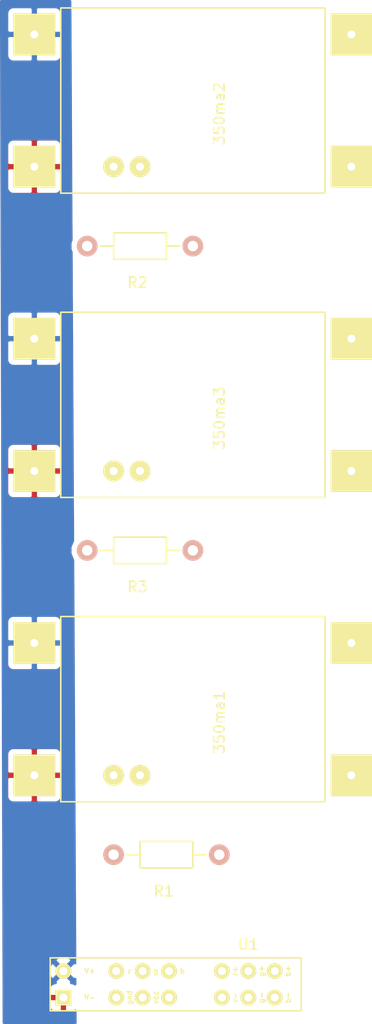
<source format=kicad_pcb>
(kicad_pcb (version 4) (host pcbnew 4.0.2-stable)

  (general
    (links 24)
    (no_connects 18)
    (area 141.478 28.448 177.46 126.746001)
    (thickness 1.6)
    (drawings 0)
    (tracks 0)
    (zones 0)
    (modules 7)
    (nets 14)
  )

  (page A4)
  (layers
    (0 F.Cu signal)
    (31 B.Cu signal)
    (32 B.Adhes user)
    (33 F.Adhes user)
    (34 B.Paste user)
    (35 F.Paste user)
    (36 B.SilkS user)
    (37 F.SilkS user)
    (38 B.Mask user)
    (39 F.Mask user)
    (40 Dwgs.User user)
    (41 Cmts.User user)
    (42 Eco1.User user)
    (43 Eco2.User user)
    (44 Edge.Cuts user)
    (45 Margin user)
    (46 B.CrtYd user)
    (47 F.CrtYd user)
    (48 B.Fab user)
    (49 F.Fab user)
  )

  (setup
    (last_trace_width 0.25)
    (trace_clearance 0.2)
    (zone_clearance 0.508)
    (zone_45_only no)
    (trace_min 0.2)
    (segment_width 0.2)
    (edge_width 0.15)
    (via_size 0.6)
    (via_drill 0.4)
    (via_min_size 0.4)
    (via_min_drill 0.3)
    (uvia_size 0.3)
    (uvia_drill 0.1)
    (uvias_allowed no)
    (uvia_min_size 0.2)
    (uvia_min_drill 0.1)
    (pcb_text_width 0.3)
    (pcb_text_size 1.5 1.5)
    (mod_edge_width 0.15)
    (mod_text_size 1 1)
    (mod_text_width 0.15)
    (pad_size 1.524 1.524)
    (pad_drill 0.762)
    (pad_to_mask_clearance 0.2)
    (aux_axis_origin 0 0)
    (visible_elements FFFFFF7F)
    (pcbplotparams
      (layerselection 0x00030_80000001)
      (usegerberextensions false)
      (excludeedgelayer true)
      (linewidth 0.100000)
      (plotframeref false)
      (viasonmask false)
      (mode 1)
      (useauxorigin false)
      (hpglpennumber 1)
      (hpglpenspeed 20)
      (hpglpendiameter 15)
      (hpglpenoverlay 2)
      (psnegative false)
      (psa4output false)
      (plotreference true)
      (plotvalue true)
      (plotinvisibletext false)
      (padsonsilk false)
      (subtractmaskfromsilk false)
      (outputformat 1)
      (mirror false)
      (drillshape 1)
      (scaleselection 1)
      (outputdirectory ""))
  )

  (net 0 "")
  (net 1 /r+)
  (net 2 /r-)
  (net 3 +24V)
  (net 4 GNDPWR)
  (net 5 "Net-(350ma1-Pad5)")
  (net 6 GND)
  (net 7 /g+)
  (net 8 /g-)
  (net 9 "Net-(350ma2-Pad5)")
  (net 10 /b+)
  (net 11 /b-)
  (net 12 "Net-(350ma3-Pad5)")
  (net 13 VCC)

  (net_class Default "This is the default net class."
    (clearance 0.2)
    (trace_width 0.25)
    (via_dia 0.6)
    (via_drill 0.4)
    (uvia_dia 0.3)
    (uvia_drill 0.1)
    (add_net GND)
    (add_net "Net-(350ma1-Pad5)")
    (add_net "Net-(350ma2-Pad5)")
    (add_net "Net-(350ma3-Pad5)")
    (add_net VCC)
  )

  (net_class led ""
    (clearance 0.2)
    (trace_width 1)
    (via_dia 0.6)
    (via_drill 0.4)
    (uvia_dia 0.3)
    (uvia_drill 0.1)
    (add_net /b+)
    (add_net /b-)
    (add_net /g+)
    (add_net /g-)
    (add_net /r+)
    (add_net /r-)
  )

  (net_class power ""
    (clearance 0.2)
    (trace_width 0.25)
    (via_dia 0.6)
    (via_drill 0.4)
    (uvia_dia 0.3)
    (uvia_drill 0.1)
    (add_net +24V)
    (add_net GNDPWR)
  )

  (module "lighting:350ma constant current xl4001" (layer F.Cu) (tedit 576E5BAE) (tstamp 577674C4)
    (at 175.26 102.87 90)
    (path /57764C80)
    (fp_text reference 350ma1 (at 5.08 -12.7 90) (layer F.SilkS)
      (effects (font (size 1 1) (thickness 0.15)))
    )
    (fp_text value Led_Driver (at 5.08 -15.24 90) (layer F.Fab)
      (effects (font (size 1 1) (thickness 0.15)))
    )
    (fp_line (start 15.24 -27.94) (end -2.54 -27.94) (layer F.SilkS) (width 0.15))
    (fp_line (start -2.54 -27.94) (end -2.54 -2.54) (layer F.SilkS) (width 0.15))
    (fp_line (start -2.54 -2.54) (end 15.24 -2.54) (layer F.SilkS) (width 0.15))
    (fp_line (start 15.24 -2.54) (end 15.24 -27.94) (layer F.SilkS) (width 0.15))
    (pad 3 thru_hole rect (at 0 0 90) (size 4 4) (drill 0.762) (layers *.Cu *.Mask F.SilkS)
      (net 1 /r+))
    (pad 4 thru_hole rect (at 12.7 0 90) (size 4 4) (drill 0.762) (layers *.Cu *.Mask F.SilkS)
      (net 2 /r-))
    (pad 1 thru_hole rect (at 0 -30.48 90) (size 4 4) (drill 0.762) (layers *.Cu *.Mask F.SilkS)
      (net 3 +24V))
    (pad 2 thru_hole rect (at 12.7 -30.48 90) (size 4 4) (drill 0.762) (layers *.Cu *.Mask F.SilkS)
      (net 4 GNDPWR))
    (pad 5 thru_hole circle (at 0 -22.86 90) (size 2 2) (drill 0.762) (layers *.Cu *.Mask F.SilkS)
      (net 5 "Net-(350ma1-Pad5)"))
    (pad 6 thru_hole circle (at 0 -20.32 90) (size 2 2) (drill 0.762) (layers *.Cu *.Mask F.SilkS)
      (net 6 GND))
  )

  (module "lighting:350ma constant current xl4001" (layer F.Cu) (tedit 576E5BAE) (tstamp 577674CE)
    (at 175.26 44.45 90)
    (path /57764C97)
    (fp_text reference 350ma2 (at 5.08 -12.7 90) (layer F.SilkS)
      (effects (font (size 1 1) (thickness 0.15)))
    )
    (fp_text value Led_Driver (at 5.08 -15.24 90) (layer F.Fab)
      (effects (font (size 1 1) (thickness 0.15)))
    )
    (fp_line (start 15.24 -27.94) (end -2.54 -27.94) (layer F.SilkS) (width 0.15))
    (fp_line (start -2.54 -27.94) (end -2.54 -2.54) (layer F.SilkS) (width 0.15))
    (fp_line (start -2.54 -2.54) (end 15.24 -2.54) (layer F.SilkS) (width 0.15))
    (fp_line (start 15.24 -2.54) (end 15.24 -27.94) (layer F.SilkS) (width 0.15))
    (pad 3 thru_hole rect (at 0 0 90) (size 4 4) (drill 0.762) (layers *.Cu *.Mask F.SilkS)
      (net 7 /g+))
    (pad 4 thru_hole rect (at 12.7 0 90) (size 4 4) (drill 0.762) (layers *.Cu *.Mask F.SilkS)
      (net 8 /g-))
    (pad 1 thru_hole rect (at 0 -30.48 90) (size 4 4) (drill 0.762) (layers *.Cu *.Mask F.SilkS)
      (net 3 +24V))
    (pad 2 thru_hole rect (at 12.7 -30.48 90) (size 4 4) (drill 0.762) (layers *.Cu *.Mask F.SilkS)
      (net 4 GNDPWR))
    (pad 5 thru_hole circle (at 0 -22.86 90) (size 2 2) (drill 0.762) (layers *.Cu *.Mask F.SilkS)
      (net 9 "Net-(350ma2-Pad5)"))
    (pad 6 thru_hole circle (at 0 -20.32 90) (size 2 2) (drill 0.762) (layers *.Cu *.Mask F.SilkS)
      (net 6 GND))
  )

  (module "lighting:350ma constant current xl4001" (layer F.Cu) (tedit 576E5BAE) (tstamp 577674D8)
    (at 175.26 73.66 90)
    (path /57764CC8)
    (fp_text reference 350ma3 (at 5.08 -12.7 90) (layer F.SilkS)
      (effects (font (size 1 1) (thickness 0.15)))
    )
    (fp_text value Led_Driver (at 5.08 -15.24 90) (layer F.Fab)
      (effects (font (size 1 1) (thickness 0.15)))
    )
    (fp_line (start 15.24 -27.94) (end -2.54 -27.94) (layer F.SilkS) (width 0.15))
    (fp_line (start -2.54 -27.94) (end -2.54 -2.54) (layer F.SilkS) (width 0.15))
    (fp_line (start -2.54 -2.54) (end 15.24 -2.54) (layer F.SilkS) (width 0.15))
    (fp_line (start 15.24 -2.54) (end 15.24 -27.94) (layer F.SilkS) (width 0.15))
    (pad 3 thru_hole rect (at 0 0 90) (size 4 4) (drill 0.762) (layers *.Cu *.Mask F.SilkS)
      (net 10 /b+))
    (pad 4 thru_hole rect (at 12.7 0 90) (size 4 4) (drill 0.762) (layers *.Cu *.Mask F.SilkS)
      (net 11 /b-))
    (pad 1 thru_hole rect (at 0 -30.48 90) (size 4 4) (drill 0.762) (layers *.Cu *.Mask F.SilkS)
      (net 3 +24V))
    (pad 2 thru_hole rect (at 12.7 -30.48 90) (size 4 4) (drill 0.762) (layers *.Cu *.Mask F.SilkS)
      (net 4 GNDPWR))
    (pad 5 thru_hole circle (at 0 -22.86 90) (size 2 2) (drill 0.762) (layers *.Cu *.Mask F.SilkS)
      (net 12 "Net-(350ma3-Pad5)"))
    (pad 6 thru_hole circle (at 0 -20.32 90) (size 2 2) (drill 0.762) (layers *.Cu *.Mask F.SilkS)
      (net 6 GND))
  )

  (module Resistors_ThroughHole:Resistor_Horizontal_RM10mm (layer F.Cu) (tedit 56648415) (tstamp 577674DE)
    (at 162.56 110.49 180)
    (descr "Resistor, Axial,  RM 10mm, 1/3W")
    (tags "Resistor Axial RM 10mm 1/3W")
    (path /57764D27)
    (fp_text reference R1 (at 5.32892 -3.50012 180) (layer F.SilkS)
      (effects (font (size 1 1) (thickness 0.15)))
    )
    (fp_text value 10k (at 5.08 3.81 180) (layer F.Fab)
      (effects (font (size 1 1) (thickness 0.15)))
    )
    (fp_line (start -1.25 -1.5) (end 11.4 -1.5) (layer F.CrtYd) (width 0.05))
    (fp_line (start -1.25 1.5) (end -1.25 -1.5) (layer F.CrtYd) (width 0.05))
    (fp_line (start 11.4 -1.5) (end 11.4 1.5) (layer F.CrtYd) (width 0.05))
    (fp_line (start -1.25 1.5) (end 11.4 1.5) (layer F.CrtYd) (width 0.05))
    (fp_line (start 2.54 -1.27) (end 7.62 -1.27) (layer F.SilkS) (width 0.15))
    (fp_line (start 7.62 -1.27) (end 7.62 1.27) (layer F.SilkS) (width 0.15))
    (fp_line (start 7.62 1.27) (end 2.54 1.27) (layer F.SilkS) (width 0.15))
    (fp_line (start 2.54 1.27) (end 2.54 -1.27) (layer F.SilkS) (width 0.15))
    (fp_line (start 2.54 0) (end 1.27 0) (layer F.SilkS) (width 0.15))
    (fp_line (start 7.62 0) (end 8.89 0) (layer F.SilkS) (width 0.15))
    (pad 1 thru_hole circle (at 0 0 180) (size 1.99898 1.99898) (drill 1.00076) (layers *.Cu *.SilkS *.Mask)
      (net 13 VCC))
    (pad 2 thru_hole circle (at 10.16 0 180) (size 1.99898 1.99898) (drill 1.00076) (layers *.Cu *.SilkS *.Mask)
      (net 5 "Net-(350ma1-Pad5)"))
    (model Resistors_ThroughHole.3dshapes/Resistor_Horizontal_RM10mm.wrl
      (at (xyz 0 0 0))
      (scale (xyz 0.4 0.4 0.4))
      (rotate (xyz 0 0 0))
    )
  )

  (module Resistors_ThroughHole:Resistor_Horizontal_RM10mm (layer F.Cu) (tedit 56648415) (tstamp 577674E4)
    (at 160.02 52.07 180)
    (descr "Resistor, Axial,  RM 10mm, 1/3W")
    (tags "Resistor Axial RM 10mm 1/3W")
    (path /57764D90)
    (fp_text reference R2 (at 5.32892 -3.50012 180) (layer F.SilkS)
      (effects (font (size 1 1) (thickness 0.15)))
    )
    (fp_text value 10k (at 5.08 3.81 180) (layer F.Fab)
      (effects (font (size 1 1) (thickness 0.15)))
    )
    (fp_line (start -1.25 -1.5) (end 11.4 -1.5) (layer F.CrtYd) (width 0.05))
    (fp_line (start -1.25 1.5) (end -1.25 -1.5) (layer F.CrtYd) (width 0.05))
    (fp_line (start 11.4 -1.5) (end 11.4 1.5) (layer F.CrtYd) (width 0.05))
    (fp_line (start -1.25 1.5) (end 11.4 1.5) (layer F.CrtYd) (width 0.05))
    (fp_line (start 2.54 -1.27) (end 7.62 -1.27) (layer F.SilkS) (width 0.15))
    (fp_line (start 7.62 -1.27) (end 7.62 1.27) (layer F.SilkS) (width 0.15))
    (fp_line (start 7.62 1.27) (end 2.54 1.27) (layer F.SilkS) (width 0.15))
    (fp_line (start 2.54 1.27) (end 2.54 -1.27) (layer F.SilkS) (width 0.15))
    (fp_line (start 2.54 0) (end 1.27 0) (layer F.SilkS) (width 0.15))
    (fp_line (start 7.62 0) (end 8.89 0) (layer F.SilkS) (width 0.15))
    (pad 1 thru_hole circle (at 0 0 180) (size 1.99898 1.99898) (drill 1.00076) (layers *.Cu *.SilkS *.Mask)
      (net 13 VCC))
    (pad 2 thru_hole circle (at 10.16 0 180) (size 1.99898 1.99898) (drill 1.00076) (layers *.Cu *.SilkS *.Mask)
      (net 9 "Net-(350ma2-Pad5)"))
    (model Resistors_ThroughHole.3dshapes/Resistor_Horizontal_RM10mm.wrl
      (at (xyz 0 0 0))
      (scale (xyz 0.4 0.4 0.4))
      (rotate (xyz 0 0 0))
    )
  )

  (module Resistors_ThroughHole:Resistor_Horizontal_RM10mm (layer F.Cu) (tedit 56648415) (tstamp 577674EA)
    (at 160.02 81.28 180)
    (descr "Resistor, Axial,  RM 10mm, 1/3W")
    (tags "Resistor Axial RM 10mm 1/3W")
    (path /57764DCB)
    (fp_text reference R3 (at 5.32892 -3.50012 180) (layer F.SilkS)
      (effects (font (size 1 1) (thickness 0.15)))
    )
    (fp_text value 10k (at 5.08 3.81 180) (layer F.Fab)
      (effects (font (size 1 1) (thickness 0.15)))
    )
    (fp_line (start -1.25 -1.5) (end 11.4 -1.5) (layer F.CrtYd) (width 0.05))
    (fp_line (start -1.25 1.5) (end -1.25 -1.5) (layer F.CrtYd) (width 0.05))
    (fp_line (start 11.4 -1.5) (end 11.4 1.5) (layer F.CrtYd) (width 0.05))
    (fp_line (start -1.25 1.5) (end 11.4 1.5) (layer F.CrtYd) (width 0.05))
    (fp_line (start 2.54 -1.27) (end 7.62 -1.27) (layer F.SilkS) (width 0.15))
    (fp_line (start 7.62 -1.27) (end 7.62 1.27) (layer F.SilkS) (width 0.15))
    (fp_line (start 7.62 1.27) (end 2.54 1.27) (layer F.SilkS) (width 0.15))
    (fp_line (start 2.54 1.27) (end 2.54 -1.27) (layer F.SilkS) (width 0.15))
    (fp_line (start 2.54 0) (end 1.27 0) (layer F.SilkS) (width 0.15))
    (fp_line (start 7.62 0) (end 8.89 0) (layer F.SilkS) (width 0.15))
    (pad 1 thru_hole circle (at 0 0 180) (size 1.99898 1.99898) (drill 1.00076) (layers *.Cu *.SilkS *.Mask)
      (net 13 VCC))
    (pad 2 thru_hole circle (at 10.16 0 180) (size 1.99898 1.99898) (drill 1.00076) (layers *.Cu *.SilkS *.Mask)
      (net 12 "Net-(350ma3-Pad5)"))
    (model Resistors_ThroughHole.3dshapes/Resistor_Horizontal_RM10mm.wrl
      (at (xyz 0 0 0))
      (scale (xyz 0.4 0.4 0.4))
      (rotate (xyz 0 0 0))
    )
  )

  (module lighting:rgb.breakout (layer F.Cu) (tedit 57764A8B) (tstamp 577674FC)
    (at 150.114 124.206)
    (path /57764CEE)
    (fp_text reference U1 (at 15.24 -5.08) (layer F.SilkS)
      (effects (font (size 1 1) (thickness 0.15)))
    )
    (fp_text value rgb.breakout (at 5.08 -5.08) (layer F.Fab)
      (effects (font (size 1 1) (thickness 0.15)))
    )
    (fp_line (start -1.27 1.27) (end -3.81 1.27) (layer F.SilkS) (width 0.15))
    (fp_line (start -3.81 -3.81) (end -1.27 -3.81) (layer F.SilkS) (width 0.15))
    (fp_line (start 16.51 -3.81) (end 20.32 -3.81) (layer F.SilkS) (width 0.15))
    (fp_line (start 20.32 -3.81) (end 20.32 1.27) (layer F.SilkS) (width 0.15))
    (fp_line (start 20.32 1.27) (end 16.51 1.27) (layer F.SilkS) (width 0.15))
    (fp_line (start 16.51 1.27) (end 20.32 1.27) (layer F.SilkS) (width 0.15))
    (fp_text user b+ (at 19.05 -2.54 270) (layer F.SilkS)
      (effects (font (size 0.5 0.5) (thickness 0.125)))
    )
    (fp_text user b- (at 19.05 0 270) (layer F.SilkS)
      (effects (font (size 0.5 0.5) (thickness 0.125)))
    )
    (fp_text user g- (at 16.51 0 270) (layer F.SilkS)
      (effects (font (size 0.5 0.5) (thickness 0.125)))
    )
    (fp_text user g+ (at 16.51 -2.54 270) (layer F.SilkS)
      (effects (font (size 0.5 0.5) (thickness 0.125)))
    )
    (fp_text user r+ (at 13.97 -2.54 270) (layer F.SilkS)
      (effects (font (size 0.5 0.5) (thickness 0.125)))
    )
    (fp_text user r- (at 13.97 0 270) (layer F.SilkS)
      (effects (font (size 0.5 0.5) (thickness 0.125)))
    )
    (fp_text user vcc (at 6.35 0 90) (layer F.SilkS)
      (effects (font (size 0.5 0.5) (thickness 0.125)))
    )
    (fp_text user gnd (at 3.81 0 90) (layer F.SilkS)
      (effects (font (size 0.5 0.5) (thickness 0.125)))
    )
    (fp_text user V- (at 0 0) (layer F.SilkS)
      (effects (font (size 0.5 0.5) (thickness 0.125)))
    )
    (fp_text user V+ (at 0 -2.54) (layer F.SilkS)
      (effects (font (size 0.5 0.5) (thickness 0.125)))
    )
    (fp_text user b (at 8.89 -2.54) (layer F.SilkS)
      (effects (font (size 0.5 0.5) (thickness 0.125)))
    )
    (fp_text user g (at 6.35 -2.54) (layer F.SilkS)
      (effects (font (size 0.5 0.5) (thickness 0.125)))
    )
    (fp_text user r (at 3.81 -2.54) (layer F.SilkS)
      (effects (font (size 0.5 0.5) (thickness 0.125)))
    )
    (fp_line (start -3.81 -3.81) (end -3.81 1.27) (layer F.SilkS) (width 0.15))
    (fp_line (start -1.27 1.27) (end 16.51 1.27) (layer F.SilkS) (width 0.15))
    (fp_line (start 20.32 1.27) (end 20.32 -3.81) (layer F.SilkS) (width 0.15))
    (fp_line (start 16.51 -3.81) (end -1.27 -3.81) (layer F.SilkS) (width 0.15))
    (pad 1 thru_hole rect (at -2.54 0) (size 1.524 1.524) (drill 0.762) (layers *.Cu *.Mask F.SilkS)
      (net 3 +24V))
    (pad 3 thru_hole circle (at 2.54 0) (size 1.524 1.524) (drill 0.762) (layers *.Cu *.Mask F.SilkS)
      (net 13 VCC))
    (pad 4 thru_hole circle (at 5.08 0) (size 1.524 1.524) (drill 0.762) (layers *.Cu *.Mask F.SilkS)
      (net 6 GND))
    (pad "" thru_hole circle (at 7.62 0) (size 1.524 1.524) (drill 0.762) (layers *.Cu *.Mask F.SilkS))
    (pad 9 thru_hole circle (at 12.7 0) (size 1.524 1.524) (drill 0.762) (layers *.Cu *.Mask F.SilkS)
      (net 2 /r-))
    (pad 11 thru_hole circle (at 15.24 0) (size 1.524 1.524) (drill 0.762) (layers *.Cu *.Mask F.SilkS)
      (net 8 /g-))
    (pad 13 thru_hole circle (at 17.78 0) (size 1.524 1.524) (drill 0.762) (layers *.Cu *.Mask F.SilkS)
      (net 11 /b-))
    (pad 2 thru_hole circle (at -2.54 -2.54) (size 1.524 1.524) (drill 0.762) (layers *.Cu *.Mask F.SilkS)
      (net 4 GNDPWR))
    (pad 5 thru_hole circle (at 2.54 -2.54) (size 1.524 1.524) (drill 0.762) (layers *.Cu *.Mask F.SilkS)
      (net 5 "Net-(350ma1-Pad5)"))
    (pad 6 thru_hole circle (at 5.08 -2.54) (size 1.524 1.524) (drill 0.762) (layers *.Cu *.Mask F.SilkS)
      (net 9 "Net-(350ma2-Pad5)"))
    (pad 7 thru_hole circle (at 7.62 -2.54) (size 1.524 1.524) (drill 0.762) (layers *.Cu *.Mask F.SilkS)
      (net 12 "Net-(350ma3-Pad5)"))
    (pad 8 thru_hole circle (at 12.7 -2.54) (size 1.524 1.524) (drill 0.762) (layers *.Cu *.Mask F.SilkS)
      (net 1 /r+))
    (pad 10 thru_hole circle (at 15.24 -2.54) (size 1.524 1.524) (drill 0.762) (layers *.Cu *.Mask F.SilkS)
      (net 7 /g+))
    (pad 12 thru_hole circle (at 17.78 -2.54) (size 1.524 1.524) (drill 0.762) (layers *.Cu *.Mask F.SilkS)
      (net 10 /b+))
  )

  (zone (net 4) (net_name GNDPWR) (layer B.Cu) (tstamp 0) (hatch edge 0.508)
    (connect_pads (clearance 0.508))
    (min_thickness 0.254)
    (fill yes (arc_segments 16) (thermal_gap 0.508) (thermal_bridge_width 0.508))
    (polygon
      (pts
        (xy 141.732 126.746) (xy 148.844 126.746) (xy 148.336 28.448) (xy 141.478 28.448)
      )
    )
    (filled_polygon
      (pts
        (xy 148.328115 51.497036) (xy 148.225794 51.743453) (xy 148.225226 52.393694) (xy 148.334111 52.657215) (xy 148.47723 80.350854)
        (xy 148.475154 80.352927) (xy 148.225794 80.953453) (xy 148.225226 81.603694) (xy 148.473538 82.204655) (xy 148.48688 82.21802)
        (xy 148.686804 120.903423) (xy 148.554213 120.865392) (xy 147.753605 121.666) (xy 148.554213 122.466608) (xy 148.694674 122.42632)
        (xy 148.697238 122.922283) (xy 148.58789 122.847569) (xy 148.336 122.79656) (xy 148.331484 122.79656) (xy 148.374608 122.646213)
        (xy 147.574 121.845605) (xy 146.773392 122.646213) (xy 146.816516 122.79656) (xy 146.812 122.79656) (xy 146.576683 122.840838)
        (xy 146.360559 122.97991) (xy 146.215569 123.19211) (xy 146.16456 123.444) (xy 146.16456 124.968) (xy 146.208838 125.203317)
        (xy 146.34791 125.419441) (xy 146.56011 125.564431) (xy 146.812 125.61544) (xy 148.336 125.61544) (xy 148.571317 125.571162)
        (xy 148.710464 125.481623) (xy 148.716342 126.619) (xy 141.858673 126.619) (xy 141.845339 121.458302) (xy 146.164856 121.458302)
        (xy 146.192638 122.013368) (xy 146.351603 122.397143) (xy 146.593787 122.466608) (xy 147.394395 121.666) (xy 146.593787 120.865392)
        (xy 146.351603 120.934857) (xy 146.164856 121.458302) (xy 141.845339 121.458302) (xy 141.843343 120.685787) (xy 146.773392 120.685787)
        (xy 147.574 121.486395) (xy 148.374608 120.685787) (xy 148.305143 120.443603) (xy 147.781698 120.256856) (xy 147.226632 120.284638)
        (xy 146.842857 120.443603) (xy 146.773392 120.685787) (xy 141.843343 120.685787) (xy 141.792139 100.87) (xy 142.13256 100.87)
        (xy 142.13256 104.87) (xy 142.176838 105.105317) (xy 142.31591 105.321441) (xy 142.52811 105.466431) (xy 142.78 105.51744)
        (xy 146.78 105.51744) (xy 147.015317 105.473162) (xy 147.231441 105.33409) (xy 147.376431 105.12189) (xy 147.42744 104.87)
        (xy 147.42744 100.87) (xy 147.383162 100.634683) (xy 147.24409 100.418559) (xy 147.03189 100.273569) (xy 146.78 100.22256)
        (xy 142.78 100.22256) (xy 142.544683 100.266838) (xy 142.328559 100.40591) (xy 142.183569 100.61811) (xy 142.13256 100.87)
        (xy 141.792139 100.87) (xy 141.765229 90.45575) (xy 142.145 90.45575) (xy 142.145 92.296309) (xy 142.241673 92.529698)
        (xy 142.420301 92.708327) (xy 142.65369 92.805) (xy 144.49425 92.805) (xy 144.653 92.64625) (xy 144.653 90.297)
        (xy 144.907 90.297) (xy 144.907 92.64625) (xy 145.06575 92.805) (xy 146.90631 92.805) (xy 147.139699 92.708327)
        (xy 147.318327 92.529698) (xy 147.415 92.296309) (xy 147.415 90.45575) (xy 147.25625 90.297) (xy 144.907 90.297)
        (xy 144.653 90.297) (xy 142.30375 90.297) (xy 142.145 90.45575) (xy 141.765229 90.45575) (xy 141.758997 88.043691)
        (xy 142.145 88.043691) (xy 142.145 89.88425) (xy 142.30375 90.043) (xy 144.653 90.043) (xy 144.653 87.69375)
        (xy 144.907 87.69375) (xy 144.907 90.043) (xy 147.25625 90.043) (xy 147.415 89.88425) (xy 147.415 88.043691)
        (xy 147.318327 87.810302) (xy 147.139699 87.631673) (xy 146.90631 87.535) (xy 145.06575 87.535) (xy 144.907 87.69375)
        (xy 144.653 87.69375) (xy 144.49425 87.535) (xy 142.65369 87.535) (xy 142.420301 87.631673) (xy 142.241673 87.810302)
        (xy 142.145 88.043691) (xy 141.758997 88.043691) (xy 141.716661 71.66) (xy 142.13256 71.66) (xy 142.13256 75.66)
        (xy 142.176838 75.895317) (xy 142.31591 76.111441) (xy 142.52811 76.256431) (xy 142.78 76.30744) (xy 146.78 76.30744)
        (xy 147.015317 76.263162) (xy 147.231441 76.12409) (xy 147.376431 75.91189) (xy 147.42744 75.66) (xy 147.42744 71.66)
        (xy 147.383162 71.424683) (xy 147.24409 71.208559) (xy 147.03189 71.063569) (xy 146.78 71.01256) (xy 142.78 71.01256)
        (xy 142.544683 71.056838) (xy 142.328559 71.19591) (xy 142.183569 71.40811) (xy 142.13256 71.66) (xy 141.716661 71.66)
        (xy 141.689751 61.24575) (xy 142.145 61.24575) (xy 142.145 63.086309) (xy 142.241673 63.319698) (xy 142.420301 63.498327)
        (xy 142.65369 63.595) (xy 144.49425 63.595) (xy 144.653 63.43625) (xy 144.653 61.087) (xy 144.907 61.087)
        (xy 144.907 63.43625) (xy 145.06575 63.595) (xy 146.90631 63.595) (xy 147.139699 63.498327) (xy 147.318327 63.319698)
        (xy 147.415 63.086309) (xy 147.415 61.24575) (xy 147.25625 61.087) (xy 144.907 61.087) (xy 144.653 61.087)
        (xy 142.30375 61.087) (xy 142.145 61.24575) (xy 141.689751 61.24575) (xy 141.683519 58.833691) (xy 142.145 58.833691)
        (xy 142.145 60.67425) (xy 142.30375 60.833) (xy 144.653 60.833) (xy 144.653 58.48375) (xy 144.907 58.48375)
        (xy 144.907 60.833) (xy 147.25625 60.833) (xy 147.415 60.67425) (xy 147.415 58.833691) (xy 147.318327 58.600302)
        (xy 147.139699 58.421673) (xy 146.90631 58.325) (xy 145.06575 58.325) (xy 144.907 58.48375) (xy 144.653 58.48375)
        (xy 144.49425 58.325) (xy 142.65369 58.325) (xy 142.420301 58.421673) (xy 142.241673 58.600302) (xy 142.145 58.833691)
        (xy 141.683519 58.833691) (xy 141.641183 42.45) (xy 142.13256 42.45) (xy 142.13256 46.45) (xy 142.176838 46.685317)
        (xy 142.31591 46.901441) (xy 142.52811 47.046431) (xy 142.78 47.09744) (xy 146.78 47.09744) (xy 147.015317 47.053162)
        (xy 147.231441 46.91409) (xy 147.376431 46.70189) (xy 147.42744 46.45) (xy 147.42744 42.45) (xy 147.383162 42.214683)
        (xy 147.24409 41.998559) (xy 147.03189 41.853569) (xy 146.78 41.80256) (xy 142.78 41.80256) (xy 142.544683 41.846838)
        (xy 142.328559 41.98591) (xy 142.183569 42.19811) (xy 142.13256 42.45) (xy 141.641183 42.45) (xy 141.614272 32.03575)
        (xy 142.145 32.03575) (xy 142.145 33.876309) (xy 142.241673 34.109698) (xy 142.420301 34.288327) (xy 142.65369 34.385)
        (xy 144.49425 34.385) (xy 144.653 34.22625) (xy 144.653 31.877) (xy 144.907 31.877) (xy 144.907 34.22625)
        (xy 145.06575 34.385) (xy 146.90631 34.385) (xy 147.139699 34.288327) (xy 147.318327 34.109698) (xy 147.415 33.876309)
        (xy 147.415 32.03575) (xy 147.25625 31.877) (xy 144.907 31.877) (xy 144.653 31.877) (xy 142.30375 31.877)
        (xy 142.145 32.03575) (xy 141.614272 32.03575) (xy 141.608039 29.623691) (xy 142.145 29.623691) (xy 142.145 31.46425)
        (xy 142.30375 31.623) (xy 144.653 31.623) (xy 144.653 29.27375) (xy 144.907 29.27375) (xy 144.907 31.623)
        (xy 147.25625 31.623) (xy 147.415 31.46425) (xy 147.415 29.623691) (xy 147.318327 29.390302) (xy 147.139699 29.211673)
        (xy 146.90631 29.115) (xy 145.06575 29.115) (xy 144.907 29.27375) (xy 144.653 29.27375) (xy 144.49425 29.115)
        (xy 142.65369 29.115) (xy 142.420301 29.211673) (xy 142.241673 29.390302) (xy 142.145 29.623691) (xy 141.608039 29.623691)
        (xy 141.605329 28.575) (xy 148.209655 28.575)
      )
    )
  )
  (zone (net 3) (net_name +24V) (layer F.Cu) (tstamp 0) (hatch edge 0.508)
    (connect_pads (clearance 0.508))
    (min_thickness 0.254)
    (fill yes (arc_segments 16) (thermal_gap 0.508) (thermal_bridge_width 0.508))
    (polygon
      (pts
        (xy 141.732 126.746) (xy 148.844 126.746) (xy 148.336 28.448) (xy 141.478 28.448)
      )
    )
    (filled_polygon
      (pts
        (xy 148.328115 51.497036) (xy 148.225794 51.743453) (xy 148.225226 52.393694) (xy 148.334111 52.657215) (xy 148.47723 80.350854)
        (xy 148.475154 80.352927) (xy 148.225794 80.953453) (xy 148.225226 81.603694) (xy 148.473538 82.204655) (xy 148.48688 82.21802)
        (xy 148.686284 120.802844) (xy 148.36637 120.482371) (xy 147.8531 120.269243) (xy 147.297339 120.268758) (xy 146.783697 120.48099)
        (xy 146.390371 120.87363) (xy 146.177243 121.3869) (xy 146.176758 121.942661) (xy 146.38899 122.456303) (xy 146.741072 122.809)
        (xy 146.685691 122.809) (xy 146.452302 122.905673) (xy 146.273673 123.084301) (xy 146.177 123.31769) (xy 146.177 123.92025)
        (xy 146.33575 124.079) (xy 147.447 124.079) (xy 147.447 124.059) (xy 147.701 124.059) (xy 147.701 124.079)
        (xy 147.721 124.079) (xy 147.721 124.333) (xy 147.701 124.333) (xy 147.701 125.44425) (xy 147.85975 125.603)
        (xy 148.462309 125.603) (xy 148.695698 125.506327) (xy 148.710515 125.49151) (xy 148.716342 126.619) (xy 141.858673 126.619)
        (xy 141.853177 124.49175) (xy 146.177 124.49175) (xy 146.177 125.09431) (xy 146.273673 125.327699) (xy 146.452302 125.506327)
        (xy 146.685691 125.603) (xy 147.28825 125.603) (xy 147.447 125.44425) (xy 147.447 124.333) (xy 146.33575 124.333)
        (xy 146.177 124.49175) (xy 141.853177 124.49175) (xy 141.798045 103.15575) (xy 142.145 103.15575) (xy 142.145 104.996309)
        (xy 142.241673 105.229698) (xy 142.420301 105.408327) (xy 142.65369 105.505) (xy 144.49425 105.505) (xy 144.653 105.34625)
        (xy 144.653 102.997) (xy 144.907 102.997) (xy 144.907 105.34625) (xy 145.06575 105.505) (xy 146.90631 105.505)
        (xy 147.139699 105.408327) (xy 147.318327 105.229698) (xy 147.415 104.996309) (xy 147.415 103.15575) (xy 147.25625 102.997)
        (xy 144.907 102.997) (xy 144.653 102.997) (xy 142.30375 102.997) (xy 142.145 103.15575) (xy 141.798045 103.15575)
        (xy 141.791813 100.743691) (xy 142.145 100.743691) (xy 142.145 102.58425) (xy 142.30375 102.743) (xy 144.653 102.743)
        (xy 144.653 100.39375) (xy 144.907 100.39375) (xy 144.907 102.743) (xy 147.25625 102.743) (xy 147.415 102.58425)
        (xy 147.415 100.743691) (xy 147.318327 100.510302) (xy 147.139699 100.331673) (xy 146.90631 100.235) (xy 145.06575 100.235)
        (xy 144.907 100.39375) (xy 144.653 100.39375) (xy 144.49425 100.235) (xy 142.65369 100.235) (xy 142.420301 100.331673)
        (xy 142.241673 100.510302) (xy 142.145 100.743691) (xy 141.791813 100.743691) (xy 141.759322 88.17) (xy 142.13256 88.17)
        (xy 142.13256 92.17) (xy 142.176838 92.405317) (xy 142.31591 92.621441) (xy 142.52811 92.766431) (xy 142.78 92.81744)
        (xy 146.78 92.81744) (xy 147.015317 92.773162) (xy 147.231441 92.63409) (xy 147.376431 92.42189) (xy 147.42744 92.17)
        (xy 147.42744 88.17) (xy 147.383162 87.934683) (xy 147.24409 87.718559) (xy 147.03189 87.573569) (xy 146.78 87.52256)
        (xy 142.78 87.52256) (xy 142.544683 87.566838) (xy 142.328559 87.70591) (xy 142.183569 87.91811) (xy 142.13256 88.17)
        (xy 141.759322 88.17) (xy 141.722567 73.94575) (xy 142.145 73.94575) (xy 142.145 75.786309) (xy 142.241673 76.019698)
        (xy 142.420301 76.198327) (xy 142.65369 76.295) (xy 144.49425 76.295) (xy 144.653 76.13625) (xy 144.653 73.787)
        (xy 144.907 73.787) (xy 144.907 76.13625) (xy 145.06575 76.295) (xy 146.90631 76.295) (xy 147.139699 76.198327)
        (xy 147.318327 76.019698) (xy 147.415 75.786309) (xy 147.415 73.94575) (xy 147.25625 73.787) (xy 144.907 73.787)
        (xy 144.653 73.787) (xy 142.30375 73.787) (xy 142.145 73.94575) (xy 141.722567 73.94575) (xy 141.716335 71.533691)
        (xy 142.145 71.533691) (xy 142.145 73.37425) (xy 142.30375 73.533) (xy 144.653 73.533) (xy 144.653 71.18375)
        (xy 144.907 71.18375) (xy 144.907 73.533) (xy 147.25625 73.533) (xy 147.415 73.37425) (xy 147.415 71.533691)
        (xy 147.318327 71.300302) (xy 147.139699 71.121673) (xy 146.90631 71.025) (xy 145.06575 71.025) (xy 144.907 71.18375)
        (xy 144.653 71.18375) (xy 144.49425 71.025) (xy 142.65369 71.025) (xy 142.420301 71.121673) (xy 142.241673 71.300302)
        (xy 142.145 71.533691) (xy 141.716335 71.533691) (xy 141.683844 58.96) (xy 142.13256 58.96) (xy 142.13256 62.96)
        (xy 142.176838 63.195317) (xy 142.31591 63.411441) (xy 142.52811 63.556431) (xy 142.78 63.60744) (xy 146.78 63.60744)
        (xy 147.015317 63.563162) (xy 147.231441 63.42409) (xy 147.376431 63.21189) (xy 147.42744 62.96) (xy 147.42744 58.96)
        (xy 147.383162 58.724683) (xy 147.24409 58.508559) (xy 147.03189 58.363569) (xy 146.78 58.31256) (xy 142.78 58.31256)
        (xy 142.544683 58.356838) (xy 142.328559 58.49591) (xy 142.183569 58.70811) (xy 142.13256 58.96) (xy 141.683844 58.96)
        (xy 141.647089 44.73575) (xy 142.145 44.73575) (xy 142.145 46.576309) (xy 142.241673 46.809698) (xy 142.420301 46.988327)
        (xy 142.65369 47.085) (xy 144.49425 47.085) (xy 144.653 46.92625) (xy 144.653 44.577) (xy 144.907 44.577)
        (xy 144.907 46.92625) (xy 145.06575 47.085) (xy 146.90631 47.085) (xy 147.139699 46.988327) (xy 147.318327 46.809698)
        (xy 147.415 46.576309) (xy 147.415 44.73575) (xy 147.25625 44.577) (xy 144.907 44.577) (xy 144.653 44.577)
        (xy 142.30375 44.577) (xy 142.145 44.73575) (xy 141.647089 44.73575) (xy 141.640857 42.323691) (xy 142.145 42.323691)
        (xy 142.145 44.16425) (xy 142.30375 44.323) (xy 144.653 44.323) (xy 144.653 41.97375) (xy 144.907 41.97375)
        (xy 144.907 44.323) (xy 147.25625 44.323) (xy 147.415 44.16425) (xy 147.415 42.323691) (xy 147.318327 42.090302)
        (xy 147.139699 41.911673) (xy 146.90631 41.815) (xy 145.06575 41.815) (xy 144.907 41.97375) (xy 144.653 41.97375)
        (xy 144.49425 41.815) (xy 142.65369 41.815) (xy 142.420301 41.911673) (xy 142.241673 42.090302) (xy 142.145 42.323691)
        (xy 141.640857 42.323691) (xy 141.608366 29.75) (xy 142.13256 29.75) (xy 142.13256 33.75) (xy 142.176838 33.985317)
        (xy 142.31591 34.201441) (xy 142.52811 34.346431) (xy 142.78 34.39744) (xy 146.78 34.39744) (xy 147.015317 34.353162)
        (xy 147.231441 34.21409) (xy 147.376431 34.00189) (xy 147.42744 33.75) (xy 147.42744 29.75) (xy 147.383162 29.514683)
        (xy 147.24409 29.298559) (xy 147.03189 29.153569) (xy 146.78 29.10256) (xy 142.78 29.10256) (xy 142.544683 29.146838)
        (xy 142.328559 29.28591) (xy 142.183569 29.49811) (xy 142.13256 29.75) (xy 141.608366 29.75) (xy 141.605329 28.575)
        (xy 148.209655 28.575)
      )
    )
  )
)

</source>
